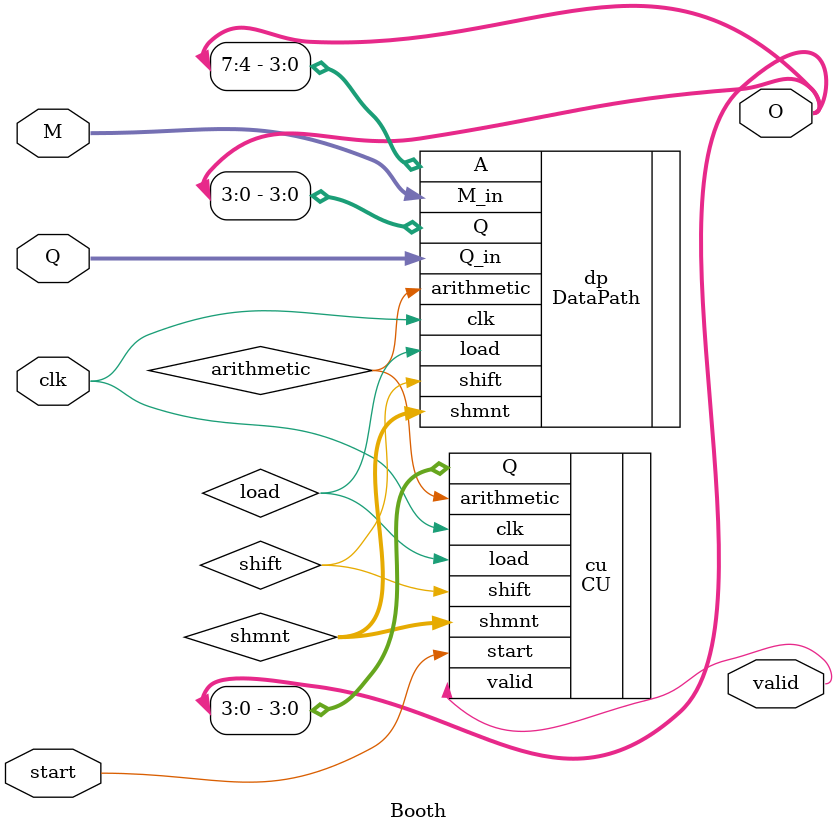
<source format=v>
`timescale 1ns/1ns

module Booth
	#(
		parameter nb = 4
	)
	(
		input clk,
		input start,
		input [nb-1:0] M,
		input [nb-1:0] Q,
		output valid,
		output [2*nb-1:0] O
	);
	
	
	// control wires
	wire load;
	wire arithmetic;
	wire shift;
	wire [$clog2(nb):0] shmnt;
	
	// instance of DataPath
	DataPath #(.nb(nb)) dp
	(
		.clk(clk),
		.M_in(M),
		.Q_in(Q),
		.A(O[2*nb-1:nb]),
		.Q(O[nb-1:0]),
		
		.load(load),
		.arithmetic(arithmetic),
		.shift(shift),
		.shmnt(shmnt)
	);
	
	// instance of CU (Control Unit)
	CU #(.nb(nb)) cu
	(
		.clk(clk),
		.start(start),
		.valid(valid),
		
		.Q(O[nb-1:0]),
		.load(load),
		.arithmetic(arithmetic),
		.shift(shift),
		.shmnt(shmnt)
	);
	
endmodule
</source>
